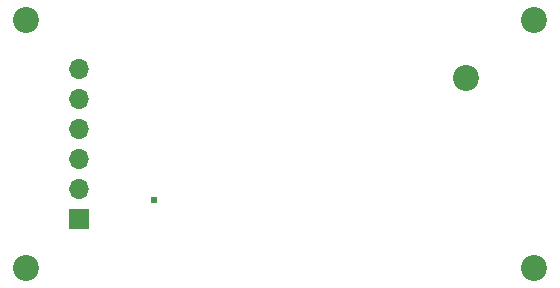
<source format=gbs>
G04 #@! TF.GenerationSoftware,KiCad,Pcbnew,7.0.2-6a45011f42~172~ubuntu20.04.1*
G04 #@! TF.CreationDate,2023-05-13T15:02:50+09:00*
G04 #@! TF.ProjectId,Wisun_proto,57697375-6e5f-4707-926f-746f2e6b6963,0.3*
G04 #@! TF.SameCoordinates,PX1b67618PY41e13c0*
G04 #@! TF.FileFunction,Soldermask,Bot*
G04 #@! TF.FilePolarity,Negative*
%FSLAX46Y46*%
G04 Gerber Fmt 4.6, Leading zero omitted, Abs format (unit mm)*
G04 Created by KiCad (PCBNEW 7.0.2-6a45011f42~172~ubuntu20.04.1) date 2023-05-13 15:02:50*
%MOMM*%
%LPD*%
G01*
G04 APERTURE LIST*
%ADD10C,2.200000*%
%ADD11R,1.700000X1.700000*%
%ADD12O,1.700000X1.700000*%
%ADD13C,0.605000*%
G04 APERTURE END LIST*
D10*
X39765000Y18580000D03*
X2500000Y23500000D03*
X45500000Y23500000D03*
X2500000Y2500000D03*
D11*
X6985000Y6650000D03*
D12*
X6985000Y9190000D03*
X6985000Y11730000D03*
X6985000Y14270000D03*
X6985000Y16810000D03*
X6985000Y19350000D03*
D10*
X45500000Y2500000D03*
D13*
X13335000Y8255000D03*
M02*

</source>
